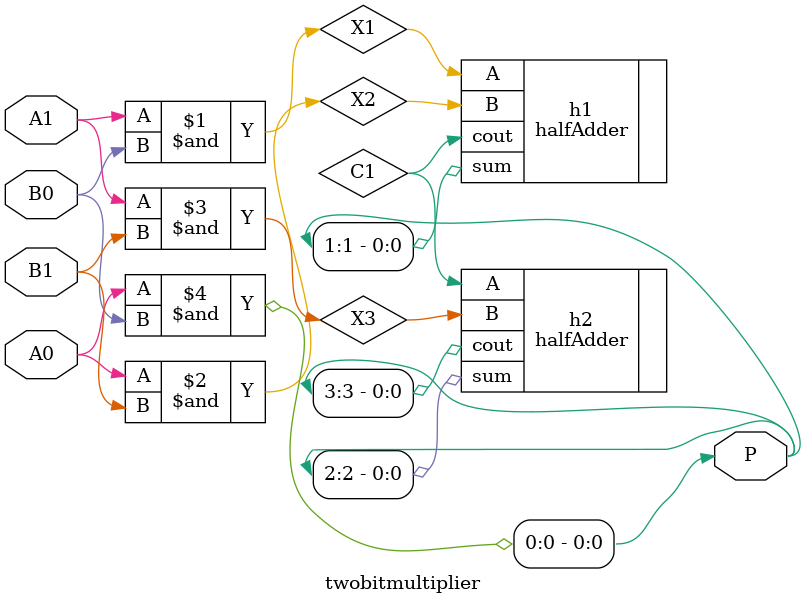
<source format=v>
`timescale 1ns / 1ps


module twobitmultiplier(
    input A0,A1,B1,B0,
    output [3:0] P
    );
    wire X1,X2,X3,C1;
    and(X1,A1,B0);
    and(X2,A0,B1);
    and(X3,A1,B1);
    assign P[0] = A0&B0;
    halfAdder h1(.A(X1),.B(X2),.sum(P[1]),.cout(C1));
    halfAdder h2(.A(C1),.B(X3),.sum(P[2]),.cout(P[3]));
endmodule

</source>
